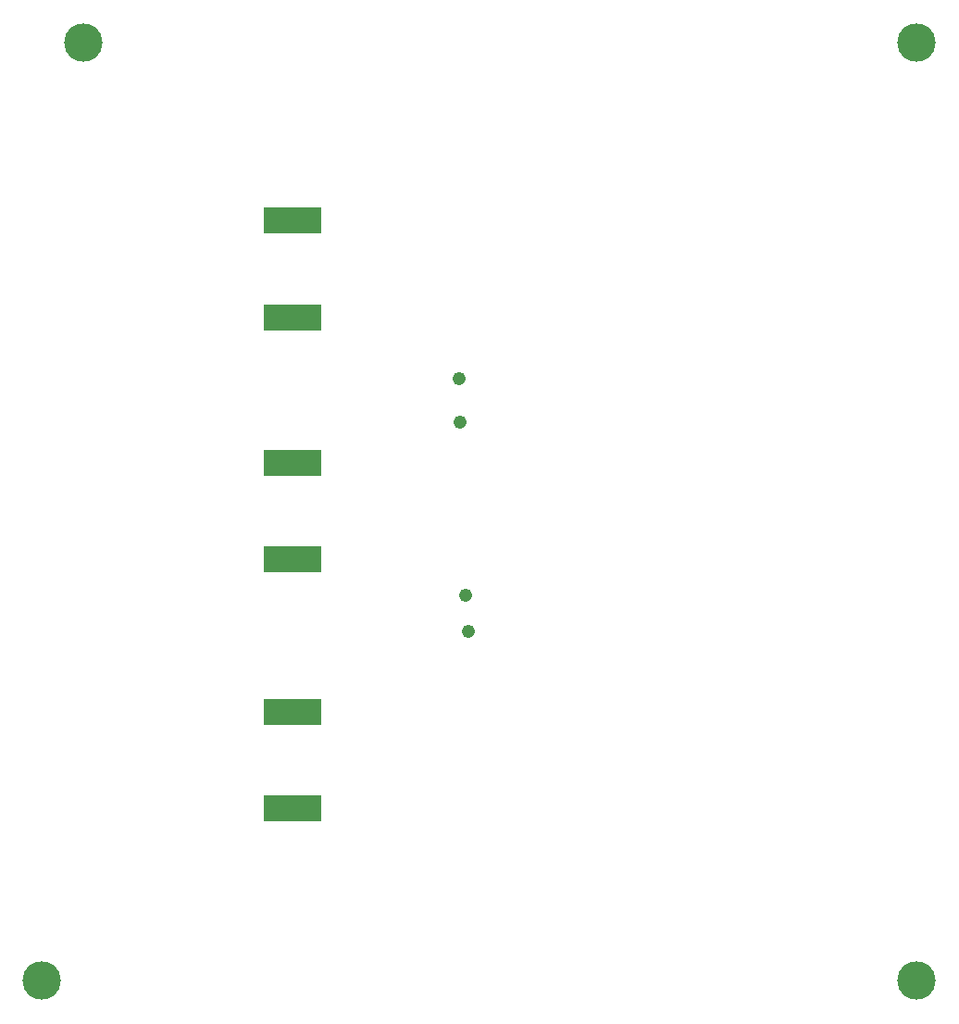
<source format=gbs>
G75*
G70*
%OFA0B0*%
%FSLAX24Y24*%
%IPPOS*%
%LPD*%
%AMOC8*
5,1,8,0,0,1.08239X$1,22.5*
%
%ADD10C,0.1379*%
%ADD11R,0.2080X0.0980*%
%ADD12C,0.0476*%
D10*
X002170Y001331D03*
X033670Y001331D03*
X033670Y035081D03*
X003670Y035081D03*
D11*
X011195Y028693D03*
X011195Y025213D03*
X011199Y019978D03*
X011199Y016498D03*
X011178Y010994D03*
X011178Y007514D03*
D12*
X017519Y013880D03*
X017410Y015180D03*
X017213Y021435D03*
X017183Y023005D03*
M02*

</source>
